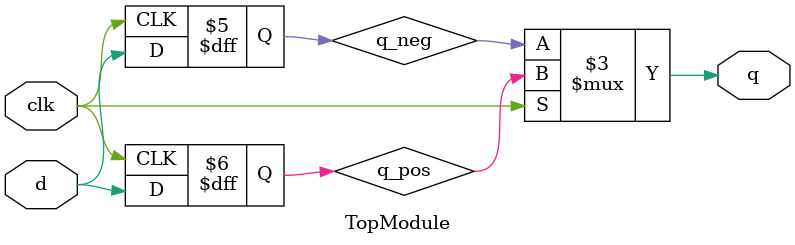
<source format=v>
module TopModule (
    input  clk,
    input  d,
    output q
);

    // Internal signals
    reg q_pos;  // Positive edge triggered flip-flop output
    reg q_neg;  // Negative edge triggered flip-flop output
    
    // Initialize outputs to zero for correct simulation behavior
    initial begin : blk_1
        q_pos = 1'b0;
        q_neg = 1'b0;
    end
    
    // Positive edge triggered flip-flop
    // Captures data on rising edge of clk
    always @(posedge clk) begin : blk_2
        q_pos <= d;
    end
    
    // Negative edge triggered flip-flop
    // Captures data on falling edge of clk (posedge of ~clk)
    always @(negedge clk) begin : blk_3
        q_neg <= d;
    end
    
    // Multiplexer: select appropriate output based on clock level
    // When clk is high, use the value captured on the rising edge (q_pos)
    // When clk is low, use the value captured on the falling edge (q_neg)
    assign q = clk ? q_pos : q_neg;

endmodule

</source>
